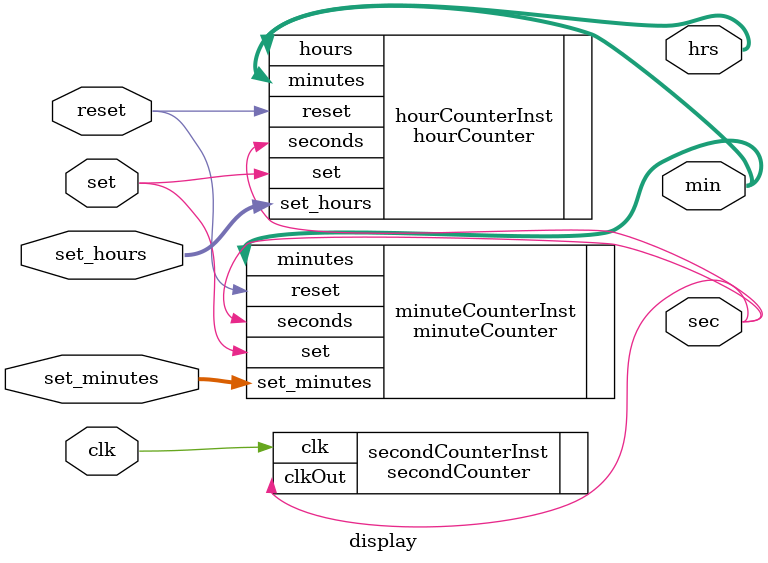
<source format=v>
module display (clk, reset, set, set_hours, set_minutes, sec, min, hrs);

input reset;
input set;
input [4:0] set_hours;
input [6:0] set_minutes;
input clk;
output sec;
output [6:0] min;
output [4:0] hrs;

secondCounter secondCounterInst(.clk(clk), .clkOut(sec));
minuteCounter minuteCounterInst(.seconds(sec), .reset(reset), .set(set), .set_minutes(set_minutes), .minutes(min));
hourCounter hourCounterInst(.seconds(sec), .minutes(min), .reset(reset), .set(set), .set_hours(set_hours), .hours(hrs));

endmodule
</source>
